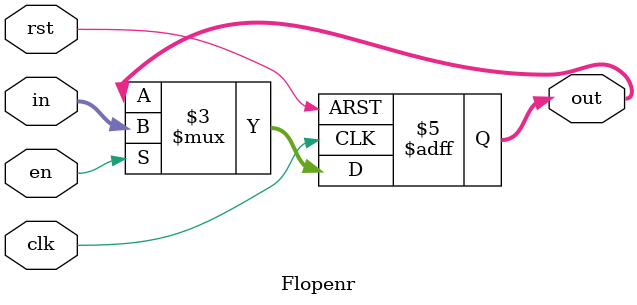
<source format=sv>
module Flopenr #(parameter WIDTH = 32)(
    input logic clk, 
    input logic rst, 
    input logic en,
    input logic [WIDTH - 1:0] in,
    output logic [WIDTH - 1:0] out = 0
);
    always_ff @(posedge clk, posedge rst) begin
        if (rst) out <= 0;
        else if (en) out <= in;
    end
endmodule
</source>
